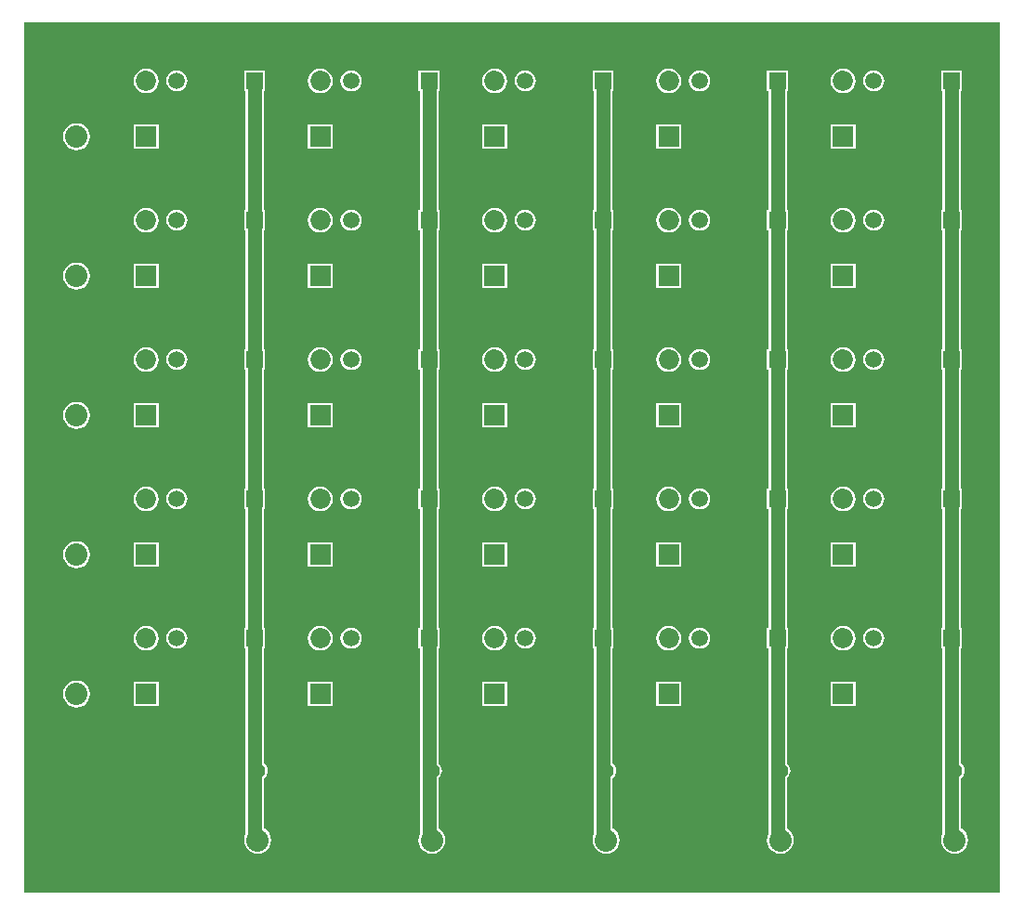
<source format=gbl>
%FSLAX25Y25*%
%MOIN*%
G70*
G01*
G75*
G04 Layer_Physical_Order=2*
G04 Layer_Color=16711680*
%ADD10C,0.05000*%
%ADD11C,0.05512*%
%ADD12C,0.07284*%
%ADD13R,0.07284X0.07284*%
%ADD14C,0.05906*%
%ADD15R,0.05906X0.05906*%
%ADD16C,0.08000*%
G36*
X556175Y381326D02*
X206326D01*
Y693675D01*
X556175D01*
Y381326D01*
D02*
G37*
%LPC*%
G36*
X250000Y526980D02*
X248840Y526827D01*
X247760Y526380D01*
X246832Y525668D01*
X246120Y524740D01*
X245673Y523660D01*
X245520Y522500D01*
X245673Y521341D01*
X246120Y520260D01*
X246832Y519332D01*
X247760Y518620D01*
X248840Y518173D01*
X250000Y518020D01*
X251160Y518173D01*
X252240Y518620D01*
X253168Y519332D01*
X253880Y520260D01*
X254327Y521341D01*
X254480Y522500D01*
X254327Y523660D01*
X253880Y524740D01*
X253168Y525668D01*
X252240Y526380D01*
X251160Y526827D01*
X250000Y526980D01*
D02*
G37*
G36*
X504442Y506942D02*
X495558D01*
Y498058D01*
X504442D01*
Y506942D01*
D02*
G37*
G36*
X312500Y526980D02*
X311340Y526827D01*
X310260Y526380D01*
X309332Y525668D01*
X308620Y524740D01*
X308173Y523660D01*
X308020Y522500D01*
X308173Y521341D01*
X308620Y520260D01*
X309332Y519332D01*
X310260Y518620D01*
X311340Y518173D01*
X312500Y518020D01*
X313660Y518173D01*
X314740Y518620D01*
X315668Y519332D01*
X316380Y520260D01*
X316827Y521341D01*
X316980Y522500D01*
X316827Y523660D01*
X316380Y524740D01*
X315668Y525668D01*
X314740Y526380D01*
X313660Y526827D01*
X312500Y526980D01*
D02*
G37*
G36*
X437500D02*
X436341Y526827D01*
X435260Y526380D01*
X434332Y525668D01*
X433620Y524740D01*
X433173Y523660D01*
X433020Y522500D01*
X433173Y521341D01*
X433620Y520260D01*
X434332Y519332D01*
X435260Y518620D01*
X436341Y518173D01*
X437500Y518020D01*
X438659Y518173D01*
X439740Y518620D01*
X440668Y519332D01*
X441380Y520260D01*
X441827Y521341D01*
X441980Y522500D01*
X441827Y523660D01*
X441380Y524740D01*
X440668Y525668D01*
X439740Y526380D01*
X438659Y526827D01*
X437500Y526980D01*
D02*
G37*
G36*
X375000D02*
X373840Y526827D01*
X372760Y526380D01*
X371832Y525668D01*
X371120Y524740D01*
X370673Y523660D01*
X370520Y522500D01*
X370673Y521341D01*
X371120Y520260D01*
X371832Y519332D01*
X372760Y518620D01*
X373840Y518173D01*
X375000Y518020D01*
X376160Y518173D01*
X377240Y518620D01*
X378168Y519332D01*
X378880Y520260D01*
X379327Y521341D01*
X379480Y522500D01*
X379327Y523660D01*
X378880Y524740D01*
X378168Y525668D01*
X377240Y526380D01*
X376160Y526827D01*
X375000Y526980D01*
D02*
G37*
G36*
X254442Y506942D02*
X245558D01*
Y498058D01*
X254442D01*
Y506942D01*
D02*
G37*
G36*
X225000Y507341D02*
X223747Y507176D01*
X222579Y506693D01*
X221577Y505923D01*
X220807Y504921D01*
X220323Y503753D01*
X220159Y502500D01*
X220323Y501247D01*
X220807Y500079D01*
X221577Y499077D01*
X222579Y498307D01*
X223747Y497823D01*
X225000Y497659D01*
X226253Y497823D01*
X227421Y498307D01*
X228423Y499077D01*
X229193Y500079D01*
X229677Y501247D01*
X229841Y502500D01*
X229677Y503753D01*
X229193Y504921D01*
X228423Y505923D01*
X227421Y506693D01*
X226253Y507176D01*
X225000Y507341D01*
D02*
G37*
G36*
X316942Y506942D02*
X308058D01*
Y498058D01*
X316942D01*
Y506942D01*
D02*
G37*
G36*
X441942D02*
X433058D01*
Y498058D01*
X441942D01*
Y506942D01*
D02*
G37*
G36*
X379442D02*
X370558D01*
Y498058D01*
X379442D01*
Y506942D01*
D02*
G37*
G36*
X500000Y526980D02*
X498841Y526827D01*
X497760Y526380D01*
X496832Y525668D01*
X496120Y524740D01*
X495673Y523660D01*
X495520Y522500D01*
X495673Y521341D01*
X496120Y520260D01*
X496832Y519332D01*
X497760Y518620D01*
X498841Y518173D01*
X500000Y518020D01*
X501159Y518173D01*
X502240Y518620D01*
X503168Y519332D01*
X503880Y520260D01*
X504327Y521341D01*
X504480Y522500D01*
X504327Y523660D01*
X503880Y524740D01*
X503168Y525668D01*
X502240Y526380D01*
X501159Y526827D01*
X500000Y526980D01*
D02*
G37*
G36*
X254442Y556942D02*
X245558D01*
Y548058D01*
X254442D01*
Y556942D01*
D02*
G37*
G36*
X225000Y557341D02*
X223747Y557176D01*
X222579Y556693D01*
X221577Y555923D01*
X220807Y554921D01*
X220323Y553753D01*
X220159Y552500D01*
X220323Y551247D01*
X220807Y550079D01*
X221577Y549077D01*
X222579Y548307D01*
X223747Y547823D01*
X225000Y547659D01*
X226253Y547823D01*
X227421Y548307D01*
X228423Y549077D01*
X229193Y550079D01*
X229677Y551247D01*
X229841Y552500D01*
X229677Y553753D01*
X229193Y554921D01*
X228423Y555923D01*
X227421Y556693D01*
X226253Y557176D01*
X225000Y557341D01*
D02*
G37*
G36*
X316942Y556942D02*
X308058D01*
Y548058D01*
X316942D01*
Y556942D01*
D02*
G37*
G36*
X441942D02*
X433058D01*
Y548058D01*
X441942D01*
Y556942D01*
D02*
G37*
G36*
X379442D02*
X370558D01*
Y548058D01*
X379442D01*
Y556942D01*
D02*
G37*
G36*
X323524Y526285D02*
X322544Y526156D01*
X321631Y525778D01*
X320847Y525176D01*
X320246Y524393D01*
X319867Y523480D01*
X319739Y522500D01*
X319867Y521520D01*
X320246Y520607D01*
X320847Y519824D01*
X321631Y519222D01*
X322544Y518844D01*
X323524Y518715D01*
X324503Y518844D01*
X325416Y519222D01*
X326200Y519824D01*
X326802Y520607D01*
X327180Y521520D01*
X327309Y522500D01*
X327180Y523480D01*
X326802Y524393D01*
X326200Y525176D01*
X325416Y525778D01*
X324503Y526156D01*
X323524Y526285D01*
D02*
G37*
G36*
X261024D02*
X260044Y526156D01*
X259131Y525778D01*
X258347Y525176D01*
X257746Y524393D01*
X257367Y523480D01*
X257239Y522500D01*
X257367Y521520D01*
X257746Y520607D01*
X258347Y519824D01*
X259131Y519222D01*
X260044Y518844D01*
X261024Y518715D01*
X262003Y518844D01*
X262916Y519222D01*
X263700Y519824D01*
X264302Y520607D01*
X264680Y521520D01*
X264809Y522500D01*
X264680Y523480D01*
X264302Y524393D01*
X263700Y525176D01*
X262916Y525778D01*
X262003Y526156D01*
X261024Y526285D01*
D02*
G37*
G36*
X386024D02*
X385044Y526156D01*
X384131Y525778D01*
X383347Y525176D01*
X382746Y524393D01*
X382367Y523480D01*
X382239Y522500D01*
X382367Y521520D01*
X382746Y520607D01*
X383347Y519824D01*
X384131Y519222D01*
X385044Y518844D01*
X386024Y518715D01*
X387003Y518844D01*
X387916Y519222D01*
X388700Y519824D01*
X389302Y520607D01*
X389680Y521520D01*
X389809Y522500D01*
X389680Y523480D01*
X389302Y524393D01*
X388700Y525176D01*
X387916Y525778D01*
X387003Y526156D01*
X386024Y526285D01*
D02*
G37*
G36*
X511024D02*
X510044Y526156D01*
X509131Y525778D01*
X508347Y525176D01*
X507746Y524393D01*
X507368Y523480D01*
X507238Y522500D01*
X507368Y521520D01*
X507746Y520607D01*
X508347Y519824D01*
X509131Y519222D01*
X510044Y518844D01*
X511024Y518715D01*
X512003Y518844D01*
X512916Y519222D01*
X513700Y519824D01*
X514302Y520607D01*
X514680Y521520D01*
X514809Y522500D01*
X514680Y523480D01*
X514302Y524393D01*
X513700Y525176D01*
X512916Y525778D01*
X512003Y526156D01*
X511024Y526285D01*
D02*
G37*
G36*
X448524D02*
X447544Y526156D01*
X446631Y525778D01*
X445847Y525176D01*
X445246Y524393D01*
X444868Y523480D01*
X444738Y522500D01*
X444868Y521520D01*
X445246Y520607D01*
X445847Y519824D01*
X446631Y519222D01*
X447544Y518844D01*
X448524Y518715D01*
X449503Y518844D01*
X450416Y519222D01*
X451200Y519824D01*
X451802Y520607D01*
X452180Y521520D01*
X452309Y522500D01*
X452180Y523480D01*
X451802Y524393D01*
X451200Y525176D01*
X450416Y525778D01*
X449503Y526156D01*
X448524Y526285D01*
D02*
G37*
G36*
X254442Y456942D02*
X245558D01*
Y448058D01*
X254442D01*
Y456942D01*
D02*
G37*
G36*
X225000Y457341D02*
X223747Y457176D01*
X222579Y456693D01*
X221577Y455923D01*
X220807Y454921D01*
X220323Y453753D01*
X220159Y452500D01*
X220323Y451247D01*
X220807Y450079D01*
X221577Y449077D01*
X222579Y448307D01*
X223747Y447823D01*
X225000Y447659D01*
X226253Y447823D01*
X227421Y448307D01*
X228423Y449077D01*
X229193Y450079D01*
X229677Y451247D01*
X229841Y452500D01*
X229677Y453753D01*
X229193Y454921D01*
X228423Y455923D01*
X227421Y456693D01*
X226253Y457176D01*
X225000Y457341D01*
D02*
G37*
G36*
X316942Y456942D02*
X308058D01*
Y448058D01*
X316942D01*
Y456942D01*
D02*
G37*
G36*
X441942D02*
X433058D01*
Y448058D01*
X441942D01*
Y456942D01*
D02*
G37*
G36*
X379442D02*
X370558D01*
Y448058D01*
X379442D01*
Y456942D01*
D02*
G37*
G36*
X355229Y676253D02*
X347724D01*
Y668747D01*
X348148D01*
Y626253D01*
X347724D01*
Y618747D01*
X348148D01*
Y576253D01*
X347724D01*
Y568747D01*
X348148D01*
Y526253D01*
X347724D01*
Y518747D01*
X348148D01*
Y476253D01*
X347724D01*
Y468747D01*
X348148D01*
Y402036D01*
X347824Y401253D01*
X347659Y400000D01*
X347824Y398747D01*
X348307Y397579D01*
X349077Y396577D01*
X350079Y395807D01*
X351247Y395323D01*
X352500Y395159D01*
X353753Y395323D01*
X354921Y395807D01*
X355923Y396577D01*
X356693Y397579D01*
X357176Y398747D01*
X357341Y400000D01*
X357176Y401253D01*
X356693Y402421D01*
X355923Y403423D01*
X354921Y404193D01*
X354805Y404241D01*
Y422287D01*
X355036Y422464D01*
X355606Y423207D01*
X355964Y424072D01*
X356087Y425000D01*
X355964Y425928D01*
X355606Y426793D01*
X355036Y427536D01*
X354805Y427713D01*
Y468747D01*
X355229D01*
Y476253D01*
X354805D01*
Y518747D01*
X355229D01*
Y526253D01*
X354805D01*
Y568747D01*
X355229D01*
Y576253D01*
X354805D01*
Y618747D01*
X355229D01*
Y626253D01*
X354805D01*
Y668747D01*
X355229D01*
Y676253D01*
D02*
G37*
G36*
X292729D02*
X285224D01*
Y668747D01*
X285648D01*
Y626253D01*
X285224D01*
Y618747D01*
X285648D01*
Y576253D01*
X285224D01*
Y568747D01*
X285648D01*
Y526253D01*
X285224D01*
Y518747D01*
X285648D01*
Y476253D01*
X285224D01*
Y468747D01*
X285648D01*
Y402036D01*
X285324Y401253D01*
X285159Y400000D01*
X285324Y398747D01*
X285807Y397579D01*
X286577Y396577D01*
X287579Y395807D01*
X288747Y395323D01*
X290000Y395159D01*
X291253Y395323D01*
X292421Y395807D01*
X293423Y396577D01*
X294193Y397579D01*
X294676Y398747D01*
X294841Y400000D01*
X294676Y401253D01*
X294193Y402421D01*
X293423Y403423D01*
X292421Y404193D01*
X292305Y404241D01*
Y422287D01*
X292536Y422464D01*
X293106Y423207D01*
X293464Y424072D01*
X293587Y425000D01*
X293464Y425928D01*
X293106Y426793D01*
X292536Y427536D01*
X292305Y427713D01*
Y468747D01*
X292729D01*
Y476253D01*
X292305D01*
Y518747D01*
X292729D01*
Y526253D01*
X292305D01*
Y568747D01*
X292729D01*
Y576253D01*
X292305D01*
Y618747D01*
X292729D01*
Y626253D01*
X292305D01*
Y668747D01*
X292729D01*
Y676253D01*
D02*
G37*
G36*
X417729D02*
X410224D01*
Y668747D01*
X410648D01*
Y626253D01*
X410224D01*
Y618747D01*
X410648D01*
Y576253D01*
X410224D01*
Y568747D01*
X410648D01*
Y526253D01*
X410224D01*
Y518747D01*
X410648D01*
Y476253D01*
X410224D01*
Y468747D01*
X410648D01*
Y402036D01*
X410323Y401253D01*
X410159Y400000D01*
X410323Y398747D01*
X410807Y397579D01*
X411577Y396577D01*
X412579Y395807D01*
X413747Y395323D01*
X415000Y395159D01*
X416253Y395323D01*
X417421Y395807D01*
X418423Y396577D01*
X419193Y397579D01*
X419676Y398747D01*
X419841Y400000D01*
X419676Y401253D01*
X419193Y402421D01*
X418423Y403423D01*
X417421Y404193D01*
X417305Y404241D01*
Y422287D01*
X417536Y422464D01*
X418106Y423207D01*
X418464Y424072D01*
X418587Y425000D01*
X418464Y425928D01*
X418106Y426793D01*
X417536Y427536D01*
X417305Y427713D01*
Y468747D01*
X417729D01*
Y476253D01*
X417305D01*
Y518747D01*
X417729D01*
Y526253D01*
X417305D01*
Y568747D01*
X417729D01*
Y576253D01*
X417305D01*
Y618747D01*
X417729D01*
Y626253D01*
X417305D01*
Y668747D01*
X417729D01*
Y676253D01*
D02*
G37*
G36*
X542729D02*
X535224D01*
Y668747D01*
X535648D01*
Y626253D01*
X535224D01*
Y618747D01*
X535648D01*
Y576253D01*
X535224D01*
Y568747D01*
X535648D01*
Y526253D01*
X535224D01*
Y518747D01*
X535648D01*
Y476253D01*
X535224D01*
Y468747D01*
X535648D01*
Y402036D01*
X535323Y401253D01*
X535159Y400000D01*
X535323Y398747D01*
X535807Y397579D01*
X536577Y396577D01*
X537579Y395807D01*
X538747Y395323D01*
X540000Y395159D01*
X541253Y395323D01*
X542421Y395807D01*
X543423Y396577D01*
X544193Y397579D01*
X544676Y398747D01*
X544841Y400000D01*
X544676Y401253D01*
X544193Y402421D01*
X543423Y403423D01*
X542421Y404193D01*
X542305Y404241D01*
Y422287D01*
X542536Y422464D01*
X543106Y423207D01*
X543464Y424072D01*
X543587Y425000D01*
X543464Y425928D01*
X543106Y426793D01*
X542536Y427536D01*
X542305Y427713D01*
Y468747D01*
X542729D01*
Y476253D01*
X542305D01*
Y518747D01*
X542729D01*
Y526253D01*
X542305D01*
Y568747D01*
X542729D01*
Y576253D01*
X542305D01*
Y618747D01*
X542729D01*
Y626253D01*
X542305D01*
Y668747D01*
X542729D01*
Y676253D01*
D02*
G37*
G36*
X480229D02*
X472724D01*
Y668747D01*
X473148D01*
Y626253D01*
X472724D01*
Y618747D01*
X473148D01*
Y576253D01*
X472724D01*
Y568747D01*
X473148D01*
Y526253D01*
X472724D01*
Y518747D01*
X473148D01*
Y476253D01*
X472724D01*
Y468747D01*
X473148D01*
Y402036D01*
X472823Y401253D01*
X472659Y400000D01*
X472823Y398747D01*
X473307Y397579D01*
X474077Y396577D01*
X475079Y395807D01*
X476247Y395323D01*
X477500Y395159D01*
X478753Y395323D01*
X479921Y395807D01*
X480923Y396577D01*
X481693Y397579D01*
X482176Y398747D01*
X482341Y400000D01*
X482176Y401253D01*
X481693Y402421D01*
X480923Y403423D01*
X479921Y404193D01*
X479805Y404241D01*
Y422287D01*
X480036Y422464D01*
X480606Y423207D01*
X480964Y424072D01*
X481087Y425000D01*
X480964Y425928D01*
X480606Y426793D01*
X480036Y427536D01*
X479805Y427713D01*
Y468747D01*
X480229D01*
Y476253D01*
X479805D01*
Y518747D01*
X480229D01*
Y526253D01*
X479805D01*
Y568747D01*
X480229D01*
Y576253D01*
X479805D01*
Y618747D01*
X480229D01*
Y626253D01*
X479805D01*
Y668747D01*
X480229D01*
Y676253D01*
D02*
G37*
G36*
X504442Y456942D02*
X495558D01*
Y448058D01*
X504442D01*
Y456942D01*
D02*
G37*
G36*
X323524Y476285D02*
X322544Y476156D01*
X321631Y475778D01*
X320847Y475176D01*
X320246Y474393D01*
X319867Y473480D01*
X319739Y472500D01*
X319867Y471520D01*
X320246Y470607D01*
X320847Y469824D01*
X321631Y469222D01*
X322544Y468844D01*
X323524Y468715D01*
X324503Y468844D01*
X325416Y469222D01*
X326200Y469824D01*
X326802Y470607D01*
X327180Y471520D01*
X327309Y472500D01*
X327180Y473480D01*
X326802Y474393D01*
X326200Y475176D01*
X325416Y475778D01*
X324503Y476156D01*
X323524Y476285D01*
D02*
G37*
G36*
X261024D02*
X260044Y476156D01*
X259131Y475778D01*
X258347Y475176D01*
X257746Y474393D01*
X257367Y473480D01*
X257239Y472500D01*
X257367Y471520D01*
X257746Y470607D01*
X258347Y469824D01*
X259131Y469222D01*
X260044Y468844D01*
X261024Y468715D01*
X262003Y468844D01*
X262916Y469222D01*
X263700Y469824D01*
X264302Y470607D01*
X264680Y471520D01*
X264809Y472500D01*
X264680Y473480D01*
X264302Y474393D01*
X263700Y475176D01*
X262916Y475778D01*
X262003Y476156D01*
X261024Y476285D01*
D02*
G37*
G36*
X386024D02*
X385044Y476156D01*
X384131Y475778D01*
X383347Y475176D01*
X382746Y474393D01*
X382367Y473480D01*
X382239Y472500D01*
X382367Y471520D01*
X382746Y470607D01*
X383347Y469824D01*
X384131Y469222D01*
X385044Y468844D01*
X386024Y468715D01*
X387003Y468844D01*
X387916Y469222D01*
X388700Y469824D01*
X389302Y470607D01*
X389680Y471520D01*
X389809Y472500D01*
X389680Y473480D01*
X389302Y474393D01*
X388700Y475176D01*
X387916Y475778D01*
X387003Y476156D01*
X386024Y476285D01*
D02*
G37*
G36*
X511024D02*
X510044Y476156D01*
X509131Y475778D01*
X508347Y475176D01*
X507746Y474393D01*
X507368Y473480D01*
X507238Y472500D01*
X507368Y471520D01*
X507746Y470607D01*
X508347Y469824D01*
X509131Y469222D01*
X510044Y468844D01*
X511024Y468715D01*
X512003Y468844D01*
X512916Y469222D01*
X513700Y469824D01*
X514302Y470607D01*
X514680Y471520D01*
X514809Y472500D01*
X514680Y473480D01*
X514302Y474393D01*
X513700Y475176D01*
X512916Y475778D01*
X512003Y476156D01*
X511024Y476285D01*
D02*
G37*
G36*
X448524D02*
X447544Y476156D01*
X446631Y475778D01*
X445847Y475176D01*
X445246Y474393D01*
X444868Y473480D01*
X444738Y472500D01*
X444868Y471520D01*
X445246Y470607D01*
X445847Y469824D01*
X446631Y469222D01*
X447544Y468844D01*
X448524Y468715D01*
X449503Y468844D01*
X450416Y469222D01*
X451200Y469824D01*
X451802Y470607D01*
X452180Y471520D01*
X452309Y472500D01*
X452180Y473480D01*
X451802Y474393D01*
X451200Y475176D01*
X450416Y475778D01*
X449503Y476156D01*
X448524Y476285D01*
D02*
G37*
G36*
X312500Y476980D02*
X311340Y476827D01*
X310260Y476380D01*
X309332Y475668D01*
X308620Y474740D01*
X308173Y473660D01*
X308020Y472500D01*
X308173Y471341D01*
X308620Y470260D01*
X309332Y469332D01*
X310260Y468620D01*
X311340Y468173D01*
X312500Y468020D01*
X313660Y468173D01*
X314740Y468620D01*
X315668Y469332D01*
X316380Y470260D01*
X316827Y471341D01*
X316980Y472500D01*
X316827Y473660D01*
X316380Y474740D01*
X315668Y475668D01*
X314740Y476380D01*
X313660Y476827D01*
X312500Y476980D01*
D02*
G37*
G36*
X250000D02*
X248840Y476827D01*
X247760Y476380D01*
X246832Y475668D01*
X246120Y474740D01*
X245673Y473660D01*
X245520Y472500D01*
X245673Y471341D01*
X246120Y470260D01*
X246832Y469332D01*
X247760Y468620D01*
X248840Y468173D01*
X250000Y468020D01*
X251160Y468173D01*
X252240Y468620D01*
X253168Y469332D01*
X253880Y470260D01*
X254327Y471341D01*
X254480Y472500D01*
X254327Y473660D01*
X253880Y474740D01*
X253168Y475668D01*
X252240Y476380D01*
X251160Y476827D01*
X250000Y476980D01*
D02*
G37*
G36*
X375000D02*
X373840Y476827D01*
X372760Y476380D01*
X371832Y475668D01*
X371120Y474740D01*
X370673Y473660D01*
X370520Y472500D01*
X370673Y471341D01*
X371120Y470260D01*
X371832Y469332D01*
X372760Y468620D01*
X373840Y468173D01*
X375000Y468020D01*
X376160Y468173D01*
X377240Y468620D01*
X378168Y469332D01*
X378880Y470260D01*
X379327Y471341D01*
X379480Y472500D01*
X379327Y473660D01*
X378880Y474740D01*
X378168Y475668D01*
X377240Y476380D01*
X376160Y476827D01*
X375000Y476980D01*
D02*
G37*
G36*
X500000D02*
X498841Y476827D01*
X497760Y476380D01*
X496832Y475668D01*
X496120Y474740D01*
X495673Y473660D01*
X495520Y472500D01*
X495673Y471341D01*
X496120Y470260D01*
X496832Y469332D01*
X497760Y468620D01*
X498841Y468173D01*
X500000Y468020D01*
X501159Y468173D01*
X502240Y468620D01*
X503168Y469332D01*
X503880Y470260D01*
X504327Y471341D01*
X504480Y472500D01*
X504327Y473660D01*
X503880Y474740D01*
X503168Y475668D01*
X502240Y476380D01*
X501159Y476827D01*
X500000Y476980D01*
D02*
G37*
G36*
X437500D02*
X436341Y476827D01*
X435260Y476380D01*
X434332Y475668D01*
X433620Y474740D01*
X433173Y473660D01*
X433020Y472500D01*
X433173Y471341D01*
X433620Y470260D01*
X434332Y469332D01*
X435260Y468620D01*
X436341Y468173D01*
X437500Y468020D01*
X438659Y468173D01*
X439740Y468620D01*
X440668Y469332D01*
X441380Y470260D01*
X441827Y471341D01*
X441980Y472500D01*
X441827Y473660D01*
X441380Y474740D01*
X440668Y475668D01*
X439740Y476380D01*
X438659Y476827D01*
X437500Y476980D01*
D02*
G37*
G36*
X254442Y656942D02*
X245558D01*
Y648058D01*
X254442D01*
Y656942D01*
D02*
G37*
G36*
X225000Y657341D02*
X223747Y657176D01*
X222579Y656693D01*
X221577Y655923D01*
X220807Y654921D01*
X220323Y653753D01*
X220159Y652500D01*
X220323Y651247D01*
X220807Y650079D01*
X221577Y649077D01*
X222579Y648307D01*
X223747Y647823D01*
X225000Y647659D01*
X226253Y647823D01*
X227421Y648307D01*
X228423Y649077D01*
X229193Y650079D01*
X229677Y651247D01*
X229841Y652500D01*
X229677Y653753D01*
X229193Y654921D01*
X228423Y655923D01*
X227421Y656693D01*
X226253Y657176D01*
X225000Y657341D01*
D02*
G37*
G36*
X316942Y656942D02*
X308058D01*
Y648058D01*
X316942D01*
Y656942D01*
D02*
G37*
G36*
X441942D02*
X433058D01*
Y648058D01*
X441942D01*
Y656942D01*
D02*
G37*
G36*
X379442D02*
X370558D01*
Y648058D01*
X379442D01*
Y656942D01*
D02*
G37*
G36*
X323524Y626285D02*
X322544Y626156D01*
X321631Y625778D01*
X320847Y625176D01*
X320246Y624393D01*
X319867Y623480D01*
X319739Y622500D01*
X319867Y621520D01*
X320246Y620607D01*
X320847Y619824D01*
X321631Y619222D01*
X322544Y618844D01*
X323524Y618715D01*
X324503Y618844D01*
X325416Y619222D01*
X326200Y619824D01*
X326802Y620607D01*
X327180Y621520D01*
X327309Y622500D01*
X327180Y623480D01*
X326802Y624393D01*
X326200Y625176D01*
X325416Y625778D01*
X324503Y626156D01*
X323524Y626285D01*
D02*
G37*
G36*
X261024D02*
X260044Y626156D01*
X259131Y625778D01*
X258347Y625176D01*
X257746Y624393D01*
X257367Y623480D01*
X257239Y622500D01*
X257367Y621520D01*
X257746Y620607D01*
X258347Y619824D01*
X259131Y619222D01*
X260044Y618844D01*
X261024Y618715D01*
X262003Y618844D01*
X262916Y619222D01*
X263700Y619824D01*
X264302Y620607D01*
X264680Y621520D01*
X264809Y622500D01*
X264680Y623480D01*
X264302Y624393D01*
X263700Y625176D01*
X262916Y625778D01*
X262003Y626156D01*
X261024Y626285D01*
D02*
G37*
G36*
X386024D02*
X385044Y626156D01*
X384131Y625778D01*
X383347Y625176D01*
X382746Y624393D01*
X382367Y623480D01*
X382239Y622500D01*
X382367Y621520D01*
X382746Y620607D01*
X383347Y619824D01*
X384131Y619222D01*
X385044Y618844D01*
X386024Y618715D01*
X387003Y618844D01*
X387916Y619222D01*
X388700Y619824D01*
X389302Y620607D01*
X389680Y621520D01*
X389809Y622500D01*
X389680Y623480D01*
X389302Y624393D01*
X388700Y625176D01*
X387916Y625778D01*
X387003Y626156D01*
X386024Y626285D01*
D02*
G37*
G36*
X511024D02*
X510044Y626156D01*
X509131Y625778D01*
X508347Y625176D01*
X507746Y624393D01*
X507368Y623480D01*
X507238Y622500D01*
X507368Y621520D01*
X507746Y620607D01*
X508347Y619824D01*
X509131Y619222D01*
X510044Y618844D01*
X511024Y618715D01*
X512003Y618844D01*
X512916Y619222D01*
X513700Y619824D01*
X514302Y620607D01*
X514680Y621520D01*
X514809Y622500D01*
X514680Y623480D01*
X514302Y624393D01*
X513700Y625176D01*
X512916Y625778D01*
X512003Y626156D01*
X511024Y626285D01*
D02*
G37*
G36*
X448524D02*
X447544Y626156D01*
X446631Y625778D01*
X445847Y625176D01*
X445246Y624393D01*
X444868Y623480D01*
X444738Y622500D01*
X444868Y621520D01*
X445246Y620607D01*
X445847Y619824D01*
X446631Y619222D01*
X447544Y618844D01*
X448524Y618715D01*
X449503Y618844D01*
X450416Y619222D01*
X451200Y619824D01*
X451802Y620607D01*
X452180Y621520D01*
X452309Y622500D01*
X452180Y623480D01*
X451802Y624393D01*
X451200Y625176D01*
X450416Y625778D01*
X449503Y626156D01*
X448524Y626285D01*
D02*
G37*
G36*
X504442Y656942D02*
X495558D01*
Y648058D01*
X504442D01*
Y656942D01*
D02*
G37*
G36*
X323524Y676285D02*
X322544Y676156D01*
X321631Y675778D01*
X320847Y675176D01*
X320246Y674393D01*
X319867Y673480D01*
X319739Y672500D01*
X319867Y671520D01*
X320246Y670607D01*
X320847Y669824D01*
X321631Y669222D01*
X322544Y668844D01*
X323524Y668715D01*
X324503Y668844D01*
X325416Y669222D01*
X326200Y669824D01*
X326802Y670607D01*
X327180Y671520D01*
X327309Y672500D01*
X327180Y673480D01*
X326802Y674393D01*
X326200Y675176D01*
X325416Y675778D01*
X324503Y676156D01*
X323524Y676285D01*
D02*
G37*
G36*
X261024D02*
X260044Y676156D01*
X259131Y675778D01*
X258347Y675176D01*
X257746Y674393D01*
X257367Y673480D01*
X257239Y672500D01*
X257367Y671520D01*
X257746Y670607D01*
X258347Y669824D01*
X259131Y669222D01*
X260044Y668844D01*
X261024Y668715D01*
X262003Y668844D01*
X262916Y669222D01*
X263700Y669824D01*
X264302Y670607D01*
X264680Y671520D01*
X264809Y672500D01*
X264680Y673480D01*
X264302Y674393D01*
X263700Y675176D01*
X262916Y675778D01*
X262003Y676156D01*
X261024Y676285D01*
D02*
G37*
G36*
X386024D02*
X385044Y676156D01*
X384131Y675778D01*
X383347Y675176D01*
X382746Y674393D01*
X382367Y673480D01*
X382239Y672500D01*
X382367Y671520D01*
X382746Y670607D01*
X383347Y669824D01*
X384131Y669222D01*
X385044Y668844D01*
X386024Y668715D01*
X387003Y668844D01*
X387916Y669222D01*
X388700Y669824D01*
X389302Y670607D01*
X389680Y671520D01*
X389809Y672500D01*
X389680Y673480D01*
X389302Y674393D01*
X388700Y675176D01*
X387916Y675778D01*
X387003Y676156D01*
X386024Y676285D01*
D02*
G37*
G36*
X511024D02*
X510044Y676156D01*
X509131Y675778D01*
X508347Y675176D01*
X507746Y674393D01*
X507368Y673480D01*
X507238Y672500D01*
X507368Y671520D01*
X507746Y670607D01*
X508347Y669824D01*
X509131Y669222D01*
X510044Y668844D01*
X511024Y668715D01*
X512003Y668844D01*
X512916Y669222D01*
X513700Y669824D01*
X514302Y670607D01*
X514680Y671520D01*
X514809Y672500D01*
X514680Y673480D01*
X514302Y674393D01*
X513700Y675176D01*
X512916Y675778D01*
X512003Y676156D01*
X511024Y676285D01*
D02*
G37*
G36*
X448524D02*
X447544Y676156D01*
X446631Y675778D01*
X445847Y675176D01*
X445246Y674393D01*
X444868Y673480D01*
X444738Y672500D01*
X444868Y671520D01*
X445246Y670607D01*
X445847Y669824D01*
X446631Y669222D01*
X447544Y668844D01*
X448524Y668715D01*
X449503Y668844D01*
X450416Y669222D01*
X451200Y669824D01*
X451802Y670607D01*
X452180Y671520D01*
X452309Y672500D01*
X452180Y673480D01*
X451802Y674393D01*
X451200Y675176D01*
X450416Y675778D01*
X449503Y676156D01*
X448524Y676285D01*
D02*
G37*
G36*
X312500Y676980D02*
X311340Y676827D01*
X310260Y676380D01*
X309332Y675668D01*
X308620Y674740D01*
X308173Y673660D01*
X308020Y672500D01*
X308173Y671341D01*
X308620Y670260D01*
X309332Y669332D01*
X310260Y668620D01*
X311340Y668173D01*
X312500Y668020D01*
X313660Y668173D01*
X314740Y668620D01*
X315668Y669332D01*
X316380Y670260D01*
X316827Y671341D01*
X316980Y672500D01*
X316827Y673660D01*
X316380Y674740D01*
X315668Y675668D01*
X314740Y676380D01*
X313660Y676827D01*
X312500Y676980D01*
D02*
G37*
G36*
X250000D02*
X248840Y676827D01*
X247760Y676380D01*
X246832Y675668D01*
X246120Y674740D01*
X245673Y673660D01*
X245520Y672500D01*
X245673Y671341D01*
X246120Y670260D01*
X246832Y669332D01*
X247760Y668620D01*
X248840Y668173D01*
X250000Y668020D01*
X251160Y668173D01*
X252240Y668620D01*
X253168Y669332D01*
X253880Y670260D01*
X254327Y671341D01*
X254480Y672500D01*
X254327Y673660D01*
X253880Y674740D01*
X253168Y675668D01*
X252240Y676380D01*
X251160Y676827D01*
X250000Y676980D01*
D02*
G37*
G36*
X375000D02*
X373840Y676827D01*
X372760Y676380D01*
X371832Y675668D01*
X371120Y674740D01*
X370673Y673660D01*
X370520Y672500D01*
X370673Y671341D01*
X371120Y670260D01*
X371832Y669332D01*
X372760Y668620D01*
X373840Y668173D01*
X375000Y668020D01*
X376160Y668173D01*
X377240Y668620D01*
X378168Y669332D01*
X378880Y670260D01*
X379327Y671341D01*
X379480Y672500D01*
X379327Y673660D01*
X378880Y674740D01*
X378168Y675668D01*
X377240Y676380D01*
X376160Y676827D01*
X375000Y676980D01*
D02*
G37*
G36*
X500000D02*
X498841Y676827D01*
X497760Y676380D01*
X496832Y675668D01*
X496120Y674740D01*
X495673Y673660D01*
X495520Y672500D01*
X495673Y671341D01*
X496120Y670260D01*
X496832Y669332D01*
X497760Y668620D01*
X498841Y668173D01*
X500000Y668020D01*
X501159Y668173D01*
X502240Y668620D01*
X503168Y669332D01*
X503880Y670260D01*
X504327Y671341D01*
X504480Y672500D01*
X504327Y673660D01*
X503880Y674740D01*
X503168Y675668D01*
X502240Y676380D01*
X501159Y676827D01*
X500000Y676980D01*
D02*
G37*
G36*
X437500D02*
X436341Y676827D01*
X435260Y676380D01*
X434332Y675668D01*
X433620Y674740D01*
X433173Y673660D01*
X433020Y672500D01*
X433173Y671341D01*
X433620Y670260D01*
X434332Y669332D01*
X435260Y668620D01*
X436341Y668173D01*
X437500Y668020D01*
X438659Y668173D01*
X439740Y668620D01*
X440668Y669332D01*
X441380Y670260D01*
X441827Y671341D01*
X441980Y672500D01*
X441827Y673660D01*
X441380Y674740D01*
X440668Y675668D01*
X439740Y676380D01*
X438659Y676827D01*
X437500Y676980D01*
D02*
G37*
G36*
X500000Y626980D02*
X498841Y626827D01*
X497760Y626380D01*
X496832Y625668D01*
X496120Y624740D01*
X495673Y623660D01*
X495520Y622500D01*
X495673Y621341D01*
X496120Y620260D01*
X496832Y619332D01*
X497760Y618620D01*
X498841Y618173D01*
X500000Y618020D01*
X501159Y618173D01*
X502240Y618620D01*
X503168Y619332D01*
X503880Y620260D01*
X504327Y621341D01*
X504480Y622500D01*
X504327Y623660D01*
X503880Y624740D01*
X503168Y625668D01*
X502240Y626380D01*
X501159Y626827D01*
X500000Y626980D01*
D02*
G37*
G36*
X261024Y576285D02*
X260044Y576156D01*
X259131Y575778D01*
X258347Y575176D01*
X257746Y574393D01*
X257367Y573480D01*
X257239Y572500D01*
X257367Y571520D01*
X257746Y570607D01*
X258347Y569824D01*
X259131Y569222D01*
X260044Y568844D01*
X261024Y568715D01*
X262003Y568844D01*
X262916Y569222D01*
X263700Y569824D01*
X264302Y570607D01*
X264680Y571520D01*
X264809Y572500D01*
X264680Y573480D01*
X264302Y574393D01*
X263700Y575176D01*
X262916Y575778D01*
X262003Y576156D01*
X261024Y576285D01*
D02*
G37*
G36*
X500000Y576980D02*
X498841Y576827D01*
X497760Y576380D01*
X496832Y575668D01*
X496120Y574740D01*
X495673Y573660D01*
X495520Y572500D01*
X495673Y571341D01*
X496120Y570260D01*
X496832Y569332D01*
X497760Y568620D01*
X498841Y568173D01*
X500000Y568020D01*
X501159Y568173D01*
X502240Y568620D01*
X503168Y569332D01*
X503880Y570260D01*
X504327Y571341D01*
X504480Y572500D01*
X504327Y573660D01*
X503880Y574740D01*
X503168Y575668D01*
X502240Y576380D01*
X501159Y576827D01*
X500000Y576980D01*
D02*
G37*
G36*
X323524Y576285D02*
X322544Y576156D01*
X321631Y575778D01*
X320847Y575176D01*
X320246Y574393D01*
X319867Y573480D01*
X319739Y572500D01*
X319867Y571520D01*
X320246Y570607D01*
X320847Y569824D01*
X321631Y569222D01*
X322544Y568844D01*
X323524Y568715D01*
X324503Y568844D01*
X325416Y569222D01*
X326200Y569824D01*
X326802Y570607D01*
X327180Y571520D01*
X327309Y572500D01*
X327180Y573480D01*
X326802Y574393D01*
X326200Y575176D01*
X325416Y575778D01*
X324503Y576156D01*
X323524Y576285D01*
D02*
G37*
G36*
X448524D02*
X447544Y576156D01*
X446631Y575778D01*
X445847Y575176D01*
X445246Y574393D01*
X444868Y573480D01*
X444738Y572500D01*
X444868Y571520D01*
X445246Y570607D01*
X445847Y569824D01*
X446631Y569222D01*
X447544Y568844D01*
X448524Y568715D01*
X449503Y568844D01*
X450416Y569222D01*
X451200Y569824D01*
X451802Y570607D01*
X452180Y571520D01*
X452309Y572500D01*
X452180Y573480D01*
X451802Y574393D01*
X451200Y575176D01*
X450416Y575778D01*
X449503Y576156D01*
X448524Y576285D01*
D02*
G37*
G36*
X386024D02*
X385044Y576156D01*
X384131Y575778D01*
X383347Y575176D01*
X382746Y574393D01*
X382367Y573480D01*
X382239Y572500D01*
X382367Y571520D01*
X382746Y570607D01*
X383347Y569824D01*
X384131Y569222D01*
X385044Y568844D01*
X386024Y568715D01*
X387003Y568844D01*
X387916Y569222D01*
X388700Y569824D01*
X389302Y570607D01*
X389680Y571520D01*
X389809Y572500D01*
X389680Y573480D01*
X389302Y574393D01*
X388700Y575176D01*
X387916Y575778D01*
X387003Y576156D01*
X386024Y576285D01*
D02*
G37*
G36*
X250000Y576980D02*
X248840Y576827D01*
X247760Y576380D01*
X246832Y575668D01*
X246120Y574740D01*
X245673Y573660D01*
X245520Y572500D01*
X245673Y571341D01*
X246120Y570260D01*
X246832Y569332D01*
X247760Y568620D01*
X248840Y568173D01*
X250000Y568020D01*
X251160Y568173D01*
X252240Y568620D01*
X253168Y569332D01*
X253880Y570260D01*
X254327Y571341D01*
X254480Y572500D01*
X254327Y573660D01*
X253880Y574740D01*
X253168Y575668D01*
X252240Y576380D01*
X251160Y576827D01*
X250000Y576980D01*
D02*
G37*
G36*
X504442Y556942D02*
X495558D01*
Y548058D01*
X504442D01*
Y556942D01*
D02*
G37*
G36*
X312500Y576980D02*
X311340Y576827D01*
X310260Y576380D01*
X309332Y575668D01*
X308620Y574740D01*
X308173Y573660D01*
X308020Y572500D01*
X308173Y571341D01*
X308620Y570260D01*
X309332Y569332D01*
X310260Y568620D01*
X311340Y568173D01*
X312500Y568020D01*
X313660Y568173D01*
X314740Y568620D01*
X315668Y569332D01*
X316380Y570260D01*
X316827Y571341D01*
X316980Y572500D01*
X316827Y573660D01*
X316380Y574740D01*
X315668Y575668D01*
X314740Y576380D01*
X313660Y576827D01*
X312500Y576980D01*
D02*
G37*
G36*
X437500D02*
X436341Y576827D01*
X435260Y576380D01*
X434332Y575668D01*
X433620Y574740D01*
X433173Y573660D01*
X433020Y572500D01*
X433173Y571341D01*
X433620Y570260D01*
X434332Y569332D01*
X435260Y568620D01*
X436341Y568173D01*
X437500Y568020D01*
X438659Y568173D01*
X439740Y568620D01*
X440668Y569332D01*
X441380Y570260D01*
X441827Y571341D01*
X441980Y572500D01*
X441827Y573660D01*
X441380Y574740D01*
X440668Y575668D01*
X439740Y576380D01*
X438659Y576827D01*
X437500Y576980D01*
D02*
G37*
G36*
X375000D02*
X373840Y576827D01*
X372760Y576380D01*
X371832Y575668D01*
X371120Y574740D01*
X370673Y573660D01*
X370520Y572500D01*
X370673Y571341D01*
X371120Y570260D01*
X371832Y569332D01*
X372760Y568620D01*
X373840Y568173D01*
X375000Y568020D01*
X376160Y568173D01*
X377240Y568620D01*
X378168Y569332D01*
X378880Y570260D01*
X379327Y571341D01*
X379480Y572500D01*
X379327Y573660D01*
X378880Y574740D01*
X378168Y575668D01*
X377240Y576380D01*
X376160Y576827D01*
X375000Y576980D01*
D02*
G37*
G36*
X511024Y576285D02*
X510044Y576156D01*
X509131Y575778D01*
X508347Y575176D01*
X507746Y574393D01*
X507368Y573480D01*
X507238Y572500D01*
X507368Y571520D01*
X507746Y570607D01*
X508347Y569824D01*
X509131Y569222D01*
X510044Y568844D01*
X511024Y568715D01*
X512003Y568844D01*
X512916Y569222D01*
X513700Y569824D01*
X514302Y570607D01*
X514680Y571520D01*
X514809Y572500D01*
X514680Y573480D01*
X514302Y574393D01*
X513700Y575176D01*
X512916Y575778D01*
X512003Y576156D01*
X511024Y576285D01*
D02*
G37*
G36*
X250000Y626980D02*
X248840Y626827D01*
X247760Y626380D01*
X246832Y625668D01*
X246120Y624740D01*
X245673Y623660D01*
X245520Y622500D01*
X245673Y621341D01*
X246120Y620260D01*
X246832Y619332D01*
X247760Y618620D01*
X248840Y618173D01*
X250000Y618020D01*
X251160Y618173D01*
X252240Y618620D01*
X253168Y619332D01*
X253880Y620260D01*
X254327Y621341D01*
X254480Y622500D01*
X254327Y623660D01*
X253880Y624740D01*
X253168Y625668D01*
X252240Y626380D01*
X251160Y626827D01*
X250000Y626980D01*
D02*
G37*
G36*
X504442Y606942D02*
X495558D01*
Y598058D01*
X504442D01*
Y606942D01*
D02*
G37*
G36*
X312500Y626980D02*
X311340Y626827D01*
X310260Y626380D01*
X309332Y625668D01*
X308620Y624740D01*
X308173Y623660D01*
X308020Y622500D01*
X308173Y621341D01*
X308620Y620260D01*
X309332Y619332D01*
X310260Y618620D01*
X311340Y618173D01*
X312500Y618020D01*
X313660Y618173D01*
X314740Y618620D01*
X315668Y619332D01*
X316380Y620260D01*
X316827Y621341D01*
X316980Y622500D01*
X316827Y623660D01*
X316380Y624740D01*
X315668Y625668D01*
X314740Y626380D01*
X313660Y626827D01*
X312500Y626980D01*
D02*
G37*
G36*
X437500D02*
X436341Y626827D01*
X435260Y626380D01*
X434332Y625668D01*
X433620Y624740D01*
X433173Y623660D01*
X433020Y622500D01*
X433173Y621341D01*
X433620Y620260D01*
X434332Y619332D01*
X435260Y618620D01*
X436341Y618173D01*
X437500Y618020D01*
X438659Y618173D01*
X439740Y618620D01*
X440668Y619332D01*
X441380Y620260D01*
X441827Y621341D01*
X441980Y622500D01*
X441827Y623660D01*
X441380Y624740D01*
X440668Y625668D01*
X439740Y626380D01*
X438659Y626827D01*
X437500Y626980D01*
D02*
G37*
G36*
X375000D02*
X373840Y626827D01*
X372760Y626380D01*
X371832Y625668D01*
X371120Y624740D01*
X370673Y623660D01*
X370520Y622500D01*
X370673Y621341D01*
X371120Y620260D01*
X371832Y619332D01*
X372760Y618620D01*
X373840Y618173D01*
X375000Y618020D01*
X376160Y618173D01*
X377240Y618620D01*
X378168Y619332D01*
X378880Y620260D01*
X379327Y621341D01*
X379480Y622500D01*
X379327Y623660D01*
X378880Y624740D01*
X378168Y625668D01*
X377240Y626380D01*
X376160Y626827D01*
X375000Y626980D01*
D02*
G37*
G36*
X254442Y606942D02*
X245558D01*
Y598058D01*
X254442D01*
Y606942D01*
D02*
G37*
G36*
X225000Y607341D02*
X223747Y607176D01*
X222579Y606693D01*
X221577Y605923D01*
X220807Y604921D01*
X220323Y603753D01*
X220159Y602500D01*
X220323Y601247D01*
X220807Y600079D01*
X221577Y599077D01*
X222579Y598307D01*
X223747Y597823D01*
X225000Y597659D01*
X226253Y597823D01*
X227421Y598307D01*
X228423Y599077D01*
X229193Y600079D01*
X229677Y601247D01*
X229841Y602500D01*
X229677Y603753D01*
X229193Y604921D01*
X228423Y605923D01*
X227421Y606693D01*
X226253Y607176D01*
X225000Y607341D01*
D02*
G37*
G36*
X316942Y606942D02*
X308058D01*
Y598058D01*
X316942D01*
Y606942D01*
D02*
G37*
G36*
X441942D02*
X433058D01*
Y598058D01*
X441942D01*
Y606942D01*
D02*
G37*
G36*
X379442D02*
X370558D01*
Y598058D01*
X379442D01*
Y606942D01*
D02*
G37*
%LPD*%
D10*
X288976Y401024D02*
Y472500D01*
Y522500D01*
Y572500D01*
Y622500D01*
Y672500D01*
X351476Y401024D02*
Y472500D01*
Y522500D01*
Y572500D01*
Y622500D01*
Y672500D01*
X413976Y401024D02*
Y472500D01*
Y522500D01*
Y572500D01*
Y622500D01*
Y672500D01*
X476476Y401024D02*
Y472500D01*
Y522500D01*
Y572500D01*
Y622500D01*
Y672500D01*
X538976Y401024D02*
Y472500D01*
Y522500D01*
Y572500D01*
Y622500D01*
Y672500D01*
D11*
X260000Y425000D02*
D03*
X290000D02*
D03*
X447500D02*
D03*
X477500D02*
D03*
X322500D02*
D03*
X352500D02*
D03*
X385000D02*
D03*
X415000D02*
D03*
X510000D02*
D03*
X540000D02*
D03*
D12*
X312500Y472500D02*
D03*
X250000D02*
D03*
X500000D02*
D03*
X375000D02*
D03*
X437500D02*
D03*
Y672500D02*
D03*
X375000Y572500D02*
D03*
X312500Y672500D02*
D03*
Y572500D02*
D03*
X250000D02*
D03*
Y672500D02*
D03*
X437500Y622500D02*
D03*
X375000D02*
D03*
X437500Y572500D02*
D03*
X500000Y622500D02*
D03*
Y522500D02*
D03*
X312500Y622500D02*
D03*
X375000Y672500D02*
D03*
X250000Y622500D02*
D03*
X500000Y572500D02*
D03*
Y672500D02*
D03*
X437500Y522500D02*
D03*
X312500D02*
D03*
X375000D02*
D03*
X250000D02*
D03*
D13*
X312500Y452500D02*
D03*
X250000D02*
D03*
X500000D02*
D03*
X375000D02*
D03*
X437500D02*
D03*
Y652500D02*
D03*
X375000Y552500D02*
D03*
X312500Y652500D02*
D03*
Y552500D02*
D03*
X250000D02*
D03*
Y652500D02*
D03*
X437500Y602500D02*
D03*
X375000D02*
D03*
X437500Y552500D02*
D03*
X500000Y602500D02*
D03*
Y502500D02*
D03*
X312500Y602500D02*
D03*
X375000Y652500D02*
D03*
X250000Y602500D02*
D03*
X500000Y552500D02*
D03*
Y652500D02*
D03*
X437500Y502500D02*
D03*
X312500D02*
D03*
X375000D02*
D03*
X250000D02*
D03*
D14*
X511024Y622500D02*
D03*
Y522500D02*
D03*
X386024Y672500D02*
D03*
Y622500D02*
D03*
X448524Y572500D02*
D03*
X511024Y672500D02*
D03*
X323524Y622500D02*
D03*
X386024Y572500D02*
D03*
X448524Y622500D02*
D03*
Y672500D02*
D03*
X511024Y572500D02*
D03*
Y472500D02*
D03*
X448524Y522500D02*
D03*
Y472500D02*
D03*
X386024Y522500D02*
D03*
X261024Y572500D02*
D03*
Y672500D02*
D03*
X323524Y522500D02*
D03*
X261024Y472500D02*
D03*
X323524Y572500D02*
D03*
X386024Y472500D02*
D03*
X323524Y672500D02*
D03*
X261024Y522500D02*
D03*
X323524Y472500D02*
D03*
X261024Y622500D02*
D03*
D15*
X538976D02*
D03*
Y522500D02*
D03*
X413976Y672500D02*
D03*
Y622500D02*
D03*
X476476Y572500D02*
D03*
X538976Y672500D02*
D03*
X351476Y622500D02*
D03*
X413976Y572500D02*
D03*
X476476Y622500D02*
D03*
Y672500D02*
D03*
X538976Y572500D02*
D03*
Y472500D02*
D03*
X476476Y522500D02*
D03*
Y472500D02*
D03*
X413976Y522500D02*
D03*
X288976Y572500D02*
D03*
Y672500D02*
D03*
X351476Y522500D02*
D03*
X288976Y472500D02*
D03*
X351476Y572500D02*
D03*
X413976Y472500D02*
D03*
X351476Y672500D02*
D03*
X288976Y522500D02*
D03*
X351476Y472500D02*
D03*
X288976Y622500D02*
D03*
D16*
X225000Y652500D02*
D03*
Y602500D02*
D03*
Y552500D02*
D03*
Y502500D02*
D03*
Y452500D02*
D03*
X290000Y400000D02*
D03*
X352500D02*
D03*
X415000D02*
D03*
X477500D02*
D03*
X540000D02*
D03*
X225000D02*
D03*
M02*

</source>
